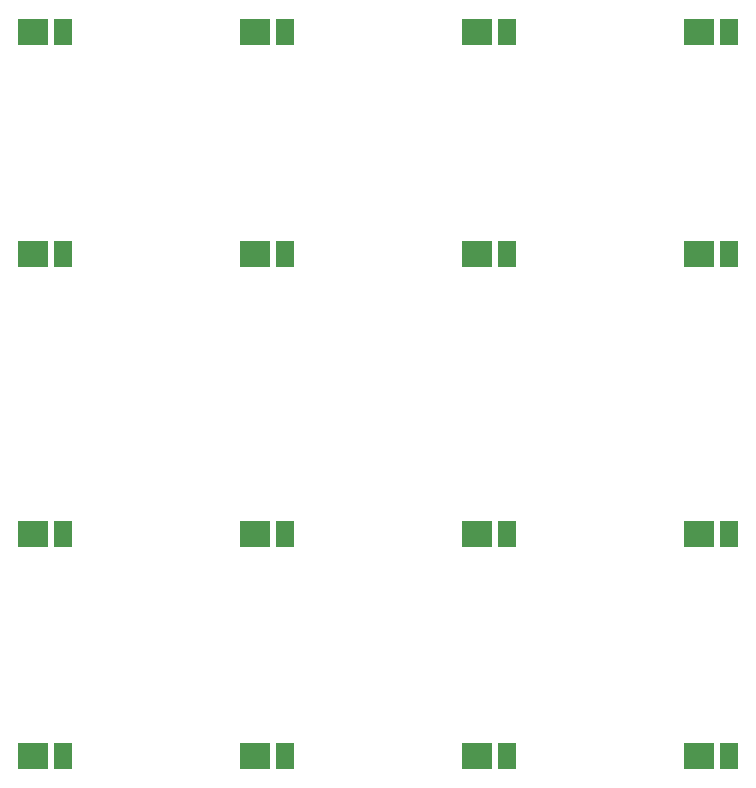
<source format=gtp>
%TF.GenerationSoftware,KiCad,Pcbnew,(5.1.6)-1*%
%TF.CreationDate,2021-05-22T18:41:59+09:00*%
%TF.ProjectId,TinyIR-Panel,54696e79-4952-42d5-9061-6e656c2e6b69,rev?*%
%TF.SameCoordinates,Original*%
%TF.FileFunction,Paste,Top*%
%TF.FilePolarity,Positive*%
%FSLAX46Y46*%
G04 Gerber Fmt 4.6, Leading zero omitted, Abs format (unit mm)*
G04 Created by KiCad (PCBNEW (5.1.6)-1) date 2021-05-22 18:41:59*
%MOMM*%
%LPD*%
G01*
G04 APERTURE LIST*
%ADD10R,1.550000X2.200000*%
%ADD11R,2.500000X2.200000*%
G04 APERTURE END LIST*
D10*
%TO.C,D1*%
X135009000Y-136656000D03*
D11*
X132434000Y-136656000D03*
%TD*%
D10*
%TO.C,D1*%
X153809000Y-117856000D03*
D11*
X151234000Y-117856000D03*
%TD*%
D10*
%TO.C,D1*%
X135009000Y-117856000D03*
D11*
X132434000Y-117856000D03*
%TD*%
D10*
%TO.C,D1*%
X97409000Y-136656000D03*
D11*
X94834000Y-136656000D03*
%TD*%
D10*
%TO.C,D1*%
X116209000Y-136656000D03*
D11*
X113634000Y-136656000D03*
%TD*%
D10*
%TO.C,D1*%
X153809000Y-136656000D03*
D11*
X151234000Y-136656000D03*
%TD*%
%TO.C,D1*%
X94834000Y-117856000D03*
D10*
X97409000Y-117856000D03*
%TD*%
%TO.C,D1*%
X116209000Y-117856000D03*
D11*
X113634000Y-117856000D03*
%TD*%
%TO.C,D1*%
X151234000Y-94111000D03*
D10*
X153809000Y-94111000D03*
%TD*%
D11*
%TO.C,D1*%
X132434000Y-94111000D03*
D10*
X135009000Y-94111000D03*
%TD*%
D11*
%TO.C,D1*%
X113634000Y-94111000D03*
D10*
X116209000Y-94111000D03*
%TD*%
D11*
%TO.C,D1*%
X94834000Y-94111000D03*
D10*
X97409000Y-94111000D03*
%TD*%
D11*
%TO.C,D1*%
X151234000Y-75311000D03*
D10*
X153809000Y-75311000D03*
%TD*%
D11*
%TO.C,D1*%
X132434000Y-75311000D03*
D10*
X135009000Y-75311000D03*
%TD*%
D11*
%TO.C,D1*%
X113634000Y-75311000D03*
D10*
X116209000Y-75311000D03*
%TD*%
%TO.C,D1*%
X97409000Y-75311000D03*
D11*
X94834000Y-75311000D03*
%TD*%
M02*

</source>
